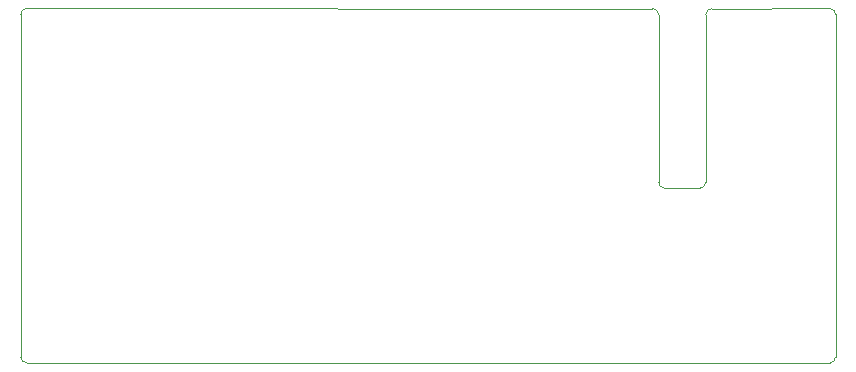
<source format=gbr>
%TF.GenerationSoftware,KiCad,Pcbnew,5.99.0-unknown-r18419-5b078893*%
%TF.CreationDate,2020-05-18T11:47:01+06:00*%
%TF.ProjectId,Flatpack,466c6174-7061-4636-9b2e-6b696361645f,rev?*%
%TF.SameCoordinates,Original*%
%TF.FileFunction,Profile,NP*%
%FSLAX46Y46*%
G04 Gerber Fmt 4.6, Leading zero omitted, Abs format (unit mm)*
G04 Created by KiCad (PCBNEW 5.99.0-unknown-r18419-5b078893) date 2020-05-18 11:47:01*
%MOMM*%
%LPD*%
G01*
G04 APERTURE LIST*
%TA.AperFunction,Profile*%
%ADD10C,0.050000*%
%TD*%
G04 APERTURE END LIST*
D10*
X100500000Y-110000000D02*
G75*
G02*
X100000000Y-109500000I0J500000D01*
G01*
X169000000Y-109500000D02*
G75*
G02*
X168500000Y-110000000I-500000J0D01*
G01*
X158000000Y-94710000D02*
G75*
G02*
X157500000Y-95210000I-500000J0D01*
G01*
X154510000Y-95210000D02*
G75*
G02*
X154010000Y-94710000I0J500000D01*
G01*
X168500000Y-80000000D02*
G75*
G02*
X169000000Y-80500000I0J-500000D01*
G01*
X158010000Y-80510000D02*
G75*
G02*
X158510000Y-80010000I500000J0D01*
G01*
X153492200Y-80004920D02*
X100500000Y-80000000D01*
X153492200Y-80004920D02*
G75*
G02*
X154002200Y-80514920I0J-510000D01*
G01*
X100000000Y-80500000D02*
G75*
G02*
X100500000Y-80000000I500000J0D01*
G01*
X158510000Y-80010000D02*
X168500000Y-80000000D01*
X158000000Y-94710000D02*
X158010000Y-80510000D01*
X154510000Y-95210000D02*
X157500000Y-95210000D01*
X154002200Y-80514920D02*
X154010000Y-94710000D01*
X169000000Y-80500000D02*
X169000000Y-109500000D01*
X100000000Y-80500000D02*
X100000000Y-109500000D01*
X100500000Y-110000000D02*
X168500000Y-110000000D01*
M02*

</source>
